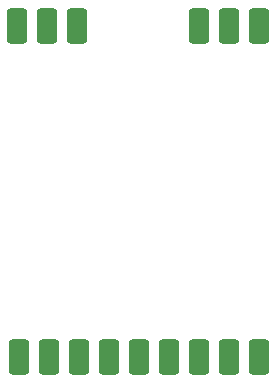
<source format=gbr>
%TF.GenerationSoftware,KiCad,Pcbnew,8.0.5*%
%TF.CreationDate,2024-11-21T22:32:41+00:00*%
%TF.ProjectId,spectrum-analyser,73706563-7472-4756-9d2d-616e616c7973,rev?*%
%TF.SameCoordinates,Original*%
%TF.FileFunction,Paste,Bot*%
%TF.FilePolarity,Positive*%
%FSLAX46Y46*%
G04 Gerber Fmt 4.6, Leading zero omitted, Abs format (unit mm)*
G04 Created by KiCad (PCBNEW 8.0.5) date 2024-11-21 22:32:41*
%MOMM*%
%LPD*%
G01*
G04 APERTURE LIST*
G04 Aperture macros list*
%AMRoundRect*
0 Rectangle with rounded corners*
0 $1 Rounding radius*
0 $2 $3 $4 $5 $6 $7 $8 $9 X,Y pos of 4 corners*
0 Add a 4 corners polygon primitive as box body*
4,1,4,$2,$3,$4,$5,$6,$7,$8,$9,$2,$3,0*
0 Add four circle primitives for the rounded corners*
1,1,$1+$1,$2,$3*
1,1,$1+$1,$4,$5*
1,1,$1+$1,$6,$7*
1,1,$1+$1,$8,$9*
0 Add four rect primitives between the rounded corners*
20,1,$1+$1,$2,$3,$4,$5,0*
20,1,$1+$1,$4,$5,$6,$7,0*
20,1,$1+$1,$6,$7,$8,$9,0*
20,1,$1+$1,$8,$9,$2,$3,0*%
G04 Aperture macros list end*
%ADD10RoundRect,0.283333X0.566667X1.216667X-0.566667X1.216667X-0.566667X-1.216667X0.566667X-1.216667X0*%
G04 APERTURE END LIST*
D10*
%TO.C,U4*%
X130330000Y-95300000D03*
X127780000Y-95300000D03*
X125240000Y-95300000D03*
X122700000Y-95300000D03*
X120160000Y-95300000D03*
X117620000Y-95300000D03*
X115080000Y-95300000D03*
X112540000Y-95300000D03*
X110000000Y-95300000D03*
X109830000Y-67300000D03*
X112370000Y-67300000D03*
X114910000Y-67300000D03*
X125250000Y-67300000D03*
X127790000Y-67300000D03*
X130330000Y-67300000D03*
%TD*%
M02*

</source>
